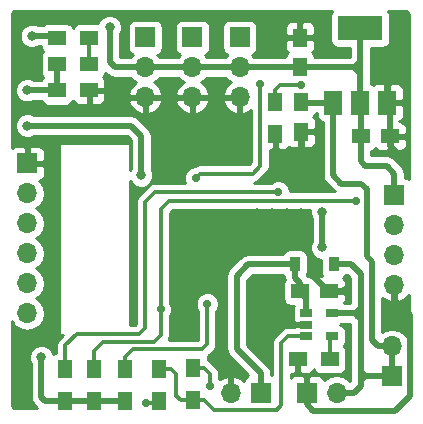
<source format=gbr>
G04 #@! TF.FileFunction,Copper,L2,Bot,Signal*
%FSLAX46Y46*%
G04 Gerber Fmt 4.6, Leading zero omitted, Abs format (unit mm)*
G04 Created by KiCad (PCBNEW 4.0.7) date Tuesday, 24 April 2018 'PMt' 13:45:20*
%MOMM*%
%LPD*%
G01*
G04 APERTURE LIST*
%ADD10C,0.100000*%
%ADD11R,1.500000X1.300000*%
%ADD12R,1.250000X1.500000*%
%ADD13R,1.500000X1.250000*%
%ADD14R,0.910000X1.220000*%
%ADD15R,1.700000X1.700000*%
%ADD16O,1.700000X1.700000*%
%ADD17R,1.300000X1.500000*%
%ADD18R,1.060000X0.650000*%
%ADD19R,3.800000X2.000000*%
%ADD20R,1.500000X2.000000*%
%ADD21C,0.800000*%
%ADD22C,0.700000*%
%ADD23C,0.500000*%
%ADD24C,0.300000*%
%ADD25C,0.254000*%
G04 APERTURE END LIST*
D10*
D11*
X119550000Y-58000000D03*
X122250000Y-58000000D03*
D12*
X140200000Y-63400000D03*
X140200000Y-65900000D03*
X140100000Y-60450000D03*
X140100000Y-57950000D03*
D13*
X145250000Y-66300000D03*
X147750000Y-66300000D03*
X140075000Y-79400000D03*
X142575000Y-79400000D03*
D14*
X142945000Y-77130000D03*
X139675000Y-77130000D03*
D15*
X127000000Y-57920000D03*
D16*
X127000000Y-60460000D03*
X127000000Y-63000000D03*
D15*
X135000000Y-57920000D03*
D16*
X135000000Y-60460000D03*
X135000000Y-63000000D03*
D15*
X131000000Y-57920000D03*
D16*
X131000000Y-60460000D03*
X131000000Y-63000000D03*
D15*
X147900000Y-86600000D03*
D16*
X147900000Y-84060000D03*
D17*
X128200000Y-85975000D03*
X128200000Y-88675000D03*
X131025000Y-88625000D03*
X131025000Y-85925000D03*
X125300000Y-88700000D03*
X125300000Y-86000000D03*
X138000000Y-63400000D03*
X138000000Y-66100000D03*
D11*
X119550000Y-62400000D03*
X122250000Y-62400000D03*
D17*
X122700000Y-88700000D03*
X122700000Y-86000000D03*
D11*
X122250000Y-60200000D03*
X119550000Y-60200000D03*
X142625000Y-85150000D03*
X139925000Y-85150000D03*
D17*
X120250000Y-88700000D03*
X120250000Y-86000000D03*
D18*
X140650000Y-83200000D03*
X140650000Y-82250000D03*
X140650000Y-81300000D03*
X142850000Y-81300000D03*
X142850000Y-83200000D03*
D15*
X148100000Y-71300000D03*
D16*
X148100000Y-73840000D03*
X148100000Y-76380000D03*
X148100000Y-78920000D03*
D15*
X140660000Y-88000000D03*
D16*
X143200000Y-88000000D03*
D19*
X145200000Y-57150000D03*
D20*
X145200000Y-63450000D03*
X142900000Y-63450000D03*
X147500000Y-63450000D03*
D15*
X136800000Y-88000000D03*
D16*
X134260000Y-88000000D03*
D15*
X117000000Y-68580000D03*
D16*
X117000000Y-71120000D03*
X117000000Y-73660000D03*
X117000000Y-76200000D03*
X117000000Y-78740000D03*
X117000000Y-81280000D03*
D21*
X136500000Y-72750000D03*
X137750000Y-72750000D03*
X139000000Y-72750000D03*
X140150000Y-72750000D03*
X143950000Y-79400000D03*
X136600000Y-80350000D03*
X133350000Y-79250000D03*
X133350000Y-78000000D03*
X141750000Y-70250000D03*
X141000000Y-56200000D03*
X133350000Y-76800000D03*
X136600000Y-79150000D03*
X148550000Y-67950000D03*
X149050000Y-63450000D03*
X147550000Y-61400000D03*
X140200000Y-70250000D03*
X118200000Y-85000000D03*
X124000000Y-57050000D03*
X142000000Y-75700000D03*
X142000000Y-72700000D03*
D22*
X127025000Y-88850000D03*
X132500000Y-87450000D03*
D21*
X117400000Y-57800000D03*
D22*
X131300000Y-69800000D03*
X136750000Y-61850000D03*
X140200000Y-61950000D03*
X132250000Y-80500000D03*
D21*
X126650000Y-69600000D03*
X117000000Y-65400000D03*
X117000000Y-62400000D03*
D22*
X144850000Y-71750000D03*
X128300000Y-80950000D03*
X138250000Y-71000000D03*
D23*
X139000000Y-72750000D02*
X137750000Y-72750000D01*
X140750000Y-73450000D02*
X140150000Y-72850000D01*
X140150000Y-72850000D02*
X140150000Y-72750000D01*
X147900000Y-84060000D02*
X147900000Y-86600000D01*
X145250000Y-82200000D02*
X145250000Y-81600000D01*
X145250000Y-86200000D02*
X145250000Y-82200000D01*
X145250000Y-82200000D02*
X145250000Y-81800000D01*
X145250000Y-81800000D02*
X144750000Y-81300000D01*
X145250000Y-81600000D02*
X145250000Y-80800000D01*
X145250000Y-81600000D02*
X145050000Y-81600000D01*
X145050000Y-81600000D02*
X144750000Y-81300000D01*
X145250000Y-80800000D02*
X145250000Y-79800000D01*
X144000000Y-81300000D02*
X144750000Y-81300000D01*
X144750000Y-81300000D02*
X145250000Y-80800000D01*
X145250000Y-87400000D02*
X145250000Y-87000000D01*
X145800000Y-86600000D02*
X145650000Y-86600000D01*
X145250000Y-87000000D02*
X145250000Y-86800000D01*
X145650000Y-86600000D02*
X145250000Y-87000000D01*
X145800000Y-86600000D02*
X145450000Y-86600000D01*
X147900000Y-86600000D02*
X145800000Y-86600000D01*
X145650000Y-86600000D02*
X145250000Y-86200000D01*
X145250000Y-86800000D02*
X145250000Y-86200000D01*
X145450000Y-86600000D02*
X145250000Y-86800000D01*
X143200000Y-88000000D02*
X144650000Y-88000000D01*
X144650000Y-88000000D02*
X145250000Y-87400000D01*
X145250000Y-79800000D02*
X145250000Y-77950000D01*
X145250000Y-80450000D02*
X145250000Y-79800000D01*
X145250000Y-77950000D02*
X144430000Y-77130000D01*
X144430000Y-77130000D02*
X142945000Y-77130000D01*
X144000000Y-81300000D02*
X144350000Y-81300000D01*
X144000000Y-81300000D02*
X144050000Y-81300000D01*
X142850000Y-81300000D02*
X144000000Y-81300000D01*
X147900000Y-86600000D02*
X146550000Y-86600000D01*
X143900000Y-77130000D02*
X142945000Y-77130000D01*
X147900000Y-84060000D02*
X146697919Y-84060000D01*
X146200000Y-83562081D02*
X146200000Y-76900000D01*
X146200000Y-76900000D02*
X145750000Y-76450000D01*
X146697919Y-84060000D02*
X146200000Y-83562081D01*
X145750000Y-76450000D02*
X145750000Y-70800000D01*
X145750000Y-70800000D02*
X145250000Y-70300000D01*
X145250000Y-70300000D02*
X143600000Y-70300000D01*
X142900000Y-69600000D02*
X142900000Y-66900000D01*
X143600000Y-70300000D02*
X142900000Y-69600000D01*
X142900000Y-66900000D02*
X142900000Y-63450000D01*
X142900000Y-63450000D02*
X140250000Y-63450000D01*
X140250000Y-63450000D02*
X140200000Y-63400000D01*
D24*
X142950000Y-63500000D02*
X142900000Y-63450000D01*
D23*
X148100000Y-78920000D02*
X148100000Y-80122081D01*
X148100000Y-80122081D02*
X149400000Y-81422081D01*
X149400000Y-81422081D02*
X149400000Y-88300000D01*
X149400000Y-88300000D02*
X148150000Y-89550000D01*
X148150000Y-89550000D02*
X141210000Y-89550000D01*
X141210000Y-89550000D02*
X140660000Y-89000000D01*
X140660000Y-89000000D02*
X140660000Y-88000000D01*
X141200000Y-78150000D02*
X141200000Y-77000000D01*
X142450000Y-79400000D02*
X141200000Y-78150000D01*
X142575000Y-79400000D02*
X143950000Y-79400000D01*
X136600000Y-81600000D02*
X136600000Y-80350000D01*
X136600000Y-79150000D02*
X136600000Y-80350000D01*
X133350000Y-76800000D02*
X133350000Y-78000000D01*
X140200000Y-70250000D02*
X141750000Y-70250000D01*
X139550000Y-56200000D02*
X139450000Y-56300000D01*
X141000000Y-56200000D02*
X139550000Y-56200000D01*
X137250000Y-82250000D02*
X136600000Y-81600000D01*
X140650000Y-82250000D02*
X137250000Y-82250000D01*
X147750000Y-66300000D02*
X147750000Y-67150000D01*
X147750000Y-67150000D02*
X148550000Y-67950000D01*
X147500000Y-63450000D02*
X149050000Y-63450000D01*
X147500000Y-63450000D02*
X147500000Y-61450000D01*
X147500000Y-61450000D02*
X147550000Y-61400000D01*
X147750000Y-66300000D02*
X147750000Y-63700000D01*
X147750000Y-63700000D02*
X147500000Y-63450000D01*
X140200000Y-65900000D02*
X140200000Y-70250000D01*
X142575000Y-79400000D02*
X142450000Y-79400000D01*
X118200000Y-88400000D02*
X118200000Y-85000000D01*
X118500000Y-88700000D02*
X118200000Y-88400000D01*
X120250000Y-88700000D02*
X118500000Y-88700000D01*
X124435000Y-60460000D02*
X124000000Y-60025000D01*
X124000000Y-60025000D02*
X124000000Y-57050000D01*
X127000000Y-60460000D02*
X124435000Y-60460000D01*
X142000000Y-72700000D02*
X142000000Y-75700000D01*
X147450000Y-68800000D02*
X148100000Y-69450000D01*
X148100000Y-69450000D02*
X148100000Y-71300000D01*
X145650000Y-68800000D02*
X147450000Y-68800000D01*
X145250000Y-68400000D02*
X145650000Y-68800000D01*
X145250000Y-66300000D02*
X145250000Y-68400000D01*
X122700000Y-88700000D02*
X124100000Y-88700000D01*
X124100000Y-88700000D02*
X125300000Y-88700000D01*
X120250000Y-88700000D02*
X122700000Y-88700000D01*
X145250000Y-66300000D02*
X145250000Y-63500000D01*
X145250000Y-63500000D02*
X145200000Y-63450000D01*
X127000000Y-60460000D02*
X142800000Y-60460000D01*
X142800000Y-60460000D02*
X144700000Y-60460000D01*
X140100000Y-60450000D02*
X142790000Y-60450000D01*
X142790000Y-60450000D02*
X142800000Y-60460000D01*
X145200000Y-57150000D02*
X145200000Y-60000000D01*
X145200000Y-60000000D02*
X145200000Y-60500000D01*
X144700000Y-60460000D02*
X144740000Y-60460000D01*
X144740000Y-60460000D02*
X145200000Y-60000000D01*
X145200000Y-61500000D02*
X145200000Y-63450000D01*
X145200000Y-60500000D02*
X145200000Y-61500000D01*
X144700000Y-60460000D02*
X145160000Y-60460000D01*
X145200000Y-61500000D02*
X145200000Y-60960000D01*
X145200000Y-60960000D02*
X144700000Y-60460000D01*
X145160000Y-60460000D02*
X145200000Y-60500000D01*
X131000000Y-60460000D02*
X127000000Y-60460000D01*
X135000000Y-60460000D02*
X131000000Y-60460000D01*
X134750000Y-78100000D02*
X135720000Y-77130000D01*
X135720000Y-77130000D02*
X139675000Y-77130000D01*
X134750000Y-84300000D02*
X134750000Y-78100000D01*
X136800000Y-86350000D02*
X134750000Y-84300000D01*
X136800000Y-88000000D02*
X136800000Y-86350000D01*
X140075000Y-78695000D02*
X139675000Y-78295000D01*
X139675000Y-78295000D02*
X139675000Y-77130000D01*
X140075000Y-79400000D02*
X140075000Y-78695000D01*
X140650000Y-81300000D02*
X140650000Y-79975000D01*
X140650000Y-79975000D02*
X140075000Y-79400000D01*
D24*
X127025000Y-88850000D02*
X128025000Y-88850000D01*
X128025000Y-88850000D02*
X128200000Y-88675000D01*
X132500000Y-87450000D02*
X132500000Y-86450000D01*
X132500000Y-86450000D02*
X131975000Y-85925000D01*
X131975000Y-85925000D02*
X131025000Y-85925000D01*
X131250000Y-86150000D02*
X131025000Y-85925000D01*
D23*
X117400000Y-57800000D02*
X119350000Y-57800000D01*
X119350000Y-57800000D02*
X119550000Y-58000000D01*
D24*
X131300000Y-69800000D02*
X131649999Y-69450001D01*
X131649999Y-69450001D02*
X136099999Y-69450001D01*
X136099999Y-69450001D02*
X136750000Y-68800000D01*
X136750000Y-68800000D02*
X136750000Y-61850000D01*
X140200000Y-61950000D02*
X138450000Y-61950000D01*
X138000000Y-63400000D02*
X138000000Y-62350000D01*
X138000000Y-62350000D02*
X138400000Y-61950000D01*
X138400000Y-61950000D02*
X138450000Y-61950000D01*
X138525000Y-89050000D02*
X138525000Y-83775000D01*
X138525000Y-83775000D02*
X139100000Y-83200000D01*
X139100000Y-83200000D02*
X140650000Y-83200000D01*
X138125000Y-89450000D02*
X138525000Y-89050000D01*
X132800000Y-89450000D02*
X138125000Y-89450000D01*
X131025000Y-88625000D02*
X131975000Y-88625000D01*
X131975000Y-88625000D02*
X132800000Y-89450000D01*
X131025000Y-88625000D02*
X130000000Y-88625000D01*
X130000000Y-88625000D02*
X129625000Y-88250000D01*
X129625000Y-88250000D02*
X129625000Y-86450000D01*
X129625000Y-86450000D02*
X129150000Y-85975000D01*
X129150000Y-85975000D02*
X128200000Y-85975000D01*
X131850000Y-84300000D02*
X132250000Y-83900000D01*
X132250000Y-83900000D02*
X132250000Y-80500000D01*
X125950000Y-84300000D02*
X131850000Y-84300000D01*
X125300000Y-86000000D02*
X125300000Y-84950000D01*
X125300000Y-84950000D02*
X125950000Y-84300000D01*
D23*
X126650000Y-67950000D02*
X126650000Y-67000000D01*
X126650000Y-69600000D02*
X126650000Y-67000000D01*
X126650000Y-67950000D02*
X126650000Y-66250000D01*
X126650000Y-67000000D02*
X126650000Y-66600000D01*
X125800000Y-65400000D02*
X117000000Y-65400000D01*
X126650000Y-66250000D02*
X125800000Y-65400000D01*
X117000000Y-65400000D02*
X119600000Y-65400000D01*
X119550000Y-62400000D02*
X117000000Y-62400000D01*
X119550000Y-62400000D02*
X119550000Y-60200000D01*
D24*
X128300000Y-81850000D02*
X128300000Y-80950000D01*
X127750000Y-83700000D02*
X128300000Y-83150000D01*
X128300000Y-83150000D02*
X128300000Y-81850000D01*
X123450000Y-83700000D02*
X127750000Y-83700000D01*
X122700000Y-84450000D02*
X123450000Y-83700000D01*
X122700000Y-86000000D02*
X122700000Y-84450000D01*
X138650000Y-71750000D02*
X139500000Y-71750000D01*
X139500000Y-71750000D02*
X144850000Y-71750000D01*
X128300000Y-72450000D02*
X129000000Y-71750000D01*
X129000000Y-71750000D02*
X139500000Y-71750000D01*
X128300000Y-78300000D02*
X128300000Y-72450000D01*
X128300000Y-80950000D02*
X128300000Y-78300000D01*
X128300000Y-80950000D02*
X128300000Y-79750000D01*
X122250000Y-58000000D02*
X122250000Y-60200000D01*
X142625000Y-85150000D02*
X142625000Y-83425000D01*
X142625000Y-83425000D02*
X142850000Y-83200000D01*
X120250000Y-86000000D02*
X120250000Y-84000000D01*
X126450000Y-83050000D02*
X127000000Y-82500000D01*
X127000000Y-82500000D02*
X127000000Y-71850000D01*
X120250000Y-84000000D02*
X121200000Y-83050000D01*
X121200000Y-83050000D02*
X126450000Y-83050000D01*
X127000000Y-71850000D02*
X127850000Y-71000000D01*
X127850000Y-71000000D02*
X138250000Y-71000000D01*
D25*
G36*
X142848559Y-55685910D02*
X142703569Y-55898110D01*
X142652560Y-56150000D01*
X142652560Y-58150000D01*
X142696838Y-58385317D01*
X142835910Y-58601441D01*
X143048110Y-58746431D01*
X143300000Y-58797440D01*
X144315000Y-58797440D01*
X144315000Y-59575000D01*
X142840277Y-59575000D01*
X142790000Y-59564999D01*
X142789995Y-59565000D01*
X141347038Y-59565000D01*
X141328162Y-59464683D01*
X141189090Y-59248559D01*
X141120994Y-59202031D01*
X141263327Y-59059698D01*
X141360000Y-58826309D01*
X141360000Y-58235750D01*
X141201250Y-58077000D01*
X140227000Y-58077000D01*
X140227000Y-58097000D01*
X139973000Y-58097000D01*
X139973000Y-58077000D01*
X138998750Y-58077000D01*
X138840000Y-58235750D01*
X138840000Y-58826309D01*
X138936673Y-59059698D01*
X139077910Y-59200936D01*
X139023559Y-59235910D01*
X138878569Y-59448110D01*
X138852873Y-59575000D01*
X136189432Y-59575000D01*
X136079147Y-59409946D01*
X136037548Y-59382150D01*
X136085317Y-59373162D01*
X136301441Y-59234090D01*
X136446431Y-59021890D01*
X136497440Y-58770000D01*
X136497440Y-57073691D01*
X138840000Y-57073691D01*
X138840000Y-57664250D01*
X138998750Y-57823000D01*
X139973000Y-57823000D01*
X139973000Y-56723750D01*
X140227000Y-56723750D01*
X140227000Y-57823000D01*
X141201250Y-57823000D01*
X141360000Y-57664250D01*
X141360000Y-57073691D01*
X141263327Y-56840302D01*
X141084699Y-56661673D01*
X140851310Y-56565000D01*
X140385750Y-56565000D01*
X140227000Y-56723750D01*
X139973000Y-56723750D01*
X139814250Y-56565000D01*
X139348690Y-56565000D01*
X139115301Y-56661673D01*
X138936673Y-56840302D01*
X138840000Y-57073691D01*
X136497440Y-57073691D01*
X136497440Y-57070000D01*
X136453162Y-56834683D01*
X136314090Y-56618559D01*
X136101890Y-56473569D01*
X135850000Y-56422560D01*
X134150000Y-56422560D01*
X133914683Y-56466838D01*
X133698559Y-56605910D01*
X133553569Y-56818110D01*
X133502560Y-57070000D01*
X133502560Y-58770000D01*
X133546838Y-59005317D01*
X133685910Y-59221441D01*
X133898110Y-59366431D01*
X133965541Y-59380086D01*
X133920853Y-59409946D01*
X133810568Y-59575000D01*
X132189432Y-59575000D01*
X132079147Y-59409946D01*
X132037548Y-59382150D01*
X132085317Y-59373162D01*
X132301441Y-59234090D01*
X132446431Y-59021890D01*
X132497440Y-58770000D01*
X132497440Y-57070000D01*
X132453162Y-56834683D01*
X132314090Y-56618559D01*
X132101890Y-56473569D01*
X131850000Y-56422560D01*
X130150000Y-56422560D01*
X129914683Y-56466838D01*
X129698559Y-56605910D01*
X129553569Y-56818110D01*
X129502560Y-57070000D01*
X129502560Y-58770000D01*
X129546838Y-59005317D01*
X129685910Y-59221441D01*
X129898110Y-59366431D01*
X129965541Y-59380086D01*
X129920853Y-59409946D01*
X129810568Y-59575000D01*
X128189432Y-59575000D01*
X128079147Y-59409946D01*
X128037548Y-59382150D01*
X128085317Y-59373162D01*
X128301441Y-59234090D01*
X128446431Y-59021890D01*
X128497440Y-58770000D01*
X128497440Y-57070000D01*
X128453162Y-56834683D01*
X128314090Y-56618559D01*
X128101890Y-56473569D01*
X127850000Y-56422560D01*
X126150000Y-56422560D01*
X125914683Y-56466838D01*
X125698559Y-56605910D01*
X125553569Y-56818110D01*
X125502560Y-57070000D01*
X125502560Y-58770000D01*
X125546838Y-59005317D01*
X125685910Y-59221441D01*
X125898110Y-59366431D01*
X125965541Y-59380086D01*
X125920853Y-59409946D01*
X125810568Y-59575000D01*
X124885000Y-59575000D01*
X124885000Y-57617585D01*
X125034820Y-57256777D01*
X125035179Y-56845029D01*
X124877942Y-56464485D01*
X124587046Y-56173081D01*
X124206777Y-56015180D01*
X123795029Y-56014821D01*
X123414485Y-56172058D01*
X123123081Y-56462954D01*
X123021759Y-56706966D01*
X123000000Y-56702560D01*
X121500000Y-56702560D01*
X121264683Y-56746838D01*
X121048559Y-56885910D01*
X120903569Y-57098110D01*
X120900919Y-57111197D01*
X120764090Y-56898559D01*
X120551890Y-56753569D01*
X120300000Y-56702560D01*
X118800000Y-56702560D01*
X118564683Y-56746838D01*
X118348559Y-56885910D01*
X118328683Y-56915000D01*
X117967585Y-56915000D01*
X117606777Y-56765180D01*
X117195029Y-56764821D01*
X116814485Y-56922058D01*
X116523081Y-57212954D01*
X116365180Y-57593223D01*
X116364821Y-58004971D01*
X116522058Y-58385515D01*
X116812954Y-58676919D01*
X117193223Y-58834820D01*
X117604971Y-58835179D01*
X117968433Y-58685000D01*
X118159146Y-58685000D01*
X118196838Y-58885317D01*
X118335910Y-59101441D01*
X118337299Y-59102390D01*
X118203569Y-59298110D01*
X118152560Y-59550000D01*
X118152560Y-60850000D01*
X118196838Y-61085317D01*
X118335910Y-61301441D01*
X118337299Y-61302390D01*
X118203569Y-61498110D01*
X118200149Y-61515000D01*
X117567585Y-61515000D01*
X117206777Y-61365180D01*
X116795029Y-61364821D01*
X116414485Y-61522058D01*
X116123081Y-61812954D01*
X115965180Y-62193223D01*
X115964821Y-62604971D01*
X116122058Y-62985515D01*
X116412954Y-63276919D01*
X116793223Y-63434820D01*
X117204971Y-63435179D01*
X117568433Y-63285000D01*
X118196778Y-63285000D01*
X118196838Y-63285317D01*
X118335910Y-63501441D01*
X118548110Y-63646431D01*
X118800000Y-63697440D01*
X120300000Y-63697440D01*
X120535317Y-63653162D01*
X120751441Y-63514090D01*
X120896431Y-63301890D01*
X120903191Y-63268510D01*
X120961673Y-63409699D01*
X121140302Y-63588327D01*
X121373691Y-63685000D01*
X121964250Y-63685000D01*
X122123000Y-63526250D01*
X122123000Y-62527000D01*
X122377000Y-62527000D01*
X122377000Y-63526250D01*
X122535750Y-63685000D01*
X123126309Y-63685000D01*
X123359698Y-63588327D01*
X123538327Y-63409699D01*
X123560201Y-63356890D01*
X125558524Y-63356890D01*
X125728355Y-63766924D01*
X126118642Y-64195183D01*
X126643108Y-64441486D01*
X126873000Y-64320819D01*
X126873000Y-63127000D01*
X127127000Y-63127000D01*
X127127000Y-64320819D01*
X127356892Y-64441486D01*
X127881358Y-64195183D01*
X128271645Y-63766924D01*
X128441476Y-63356890D01*
X129558524Y-63356890D01*
X129728355Y-63766924D01*
X130118642Y-64195183D01*
X130643108Y-64441486D01*
X130873000Y-64320819D01*
X130873000Y-63127000D01*
X131127000Y-63127000D01*
X131127000Y-64320819D01*
X131356892Y-64441486D01*
X131881358Y-64195183D01*
X132271645Y-63766924D01*
X132441476Y-63356890D01*
X133558524Y-63356890D01*
X133728355Y-63766924D01*
X134118642Y-64195183D01*
X134643108Y-64441486D01*
X134873000Y-64320819D01*
X134873000Y-63127000D01*
X133679845Y-63127000D01*
X133558524Y-63356890D01*
X132441476Y-63356890D01*
X132320155Y-63127000D01*
X131127000Y-63127000D01*
X130873000Y-63127000D01*
X129679845Y-63127000D01*
X129558524Y-63356890D01*
X128441476Y-63356890D01*
X128320155Y-63127000D01*
X127127000Y-63127000D01*
X126873000Y-63127000D01*
X125679845Y-63127000D01*
X125558524Y-63356890D01*
X123560201Y-63356890D01*
X123635000Y-63176310D01*
X123635000Y-62685750D01*
X123476250Y-62527000D01*
X122377000Y-62527000D01*
X122123000Y-62527000D01*
X122103000Y-62527000D01*
X122103000Y-62273000D01*
X122123000Y-62273000D01*
X122123000Y-62253000D01*
X122377000Y-62253000D01*
X122377000Y-62273000D01*
X123476250Y-62273000D01*
X123635000Y-62114250D01*
X123635000Y-61623690D01*
X123538327Y-61390301D01*
X123455774Y-61307748D01*
X123596431Y-61101890D01*
X123634975Y-60911554D01*
X123809208Y-61085787D01*
X123809210Y-61085790D01*
X124096325Y-61277633D01*
X124137936Y-61285910D01*
X124435000Y-61345001D01*
X124435005Y-61345000D01*
X125810568Y-61345000D01*
X125920853Y-61510054D01*
X126261553Y-61737702D01*
X126118642Y-61804817D01*
X125728355Y-62233076D01*
X125558524Y-62643110D01*
X125679845Y-62873000D01*
X126873000Y-62873000D01*
X126873000Y-62853000D01*
X127127000Y-62853000D01*
X127127000Y-62873000D01*
X128320155Y-62873000D01*
X128441476Y-62643110D01*
X128271645Y-62233076D01*
X127881358Y-61804817D01*
X127738447Y-61737702D01*
X128079147Y-61510054D01*
X128189432Y-61345000D01*
X129810568Y-61345000D01*
X129920853Y-61510054D01*
X130261553Y-61737702D01*
X130118642Y-61804817D01*
X129728355Y-62233076D01*
X129558524Y-62643110D01*
X129679845Y-62873000D01*
X130873000Y-62873000D01*
X130873000Y-62853000D01*
X131127000Y-62853000D01*
X131127000Y-62873000D01*
X132320155Y-62873000D01*
X132441476Y-62643110D01*
X132271645Y-62233076D01*
X131881358Y-61804817D01*
X131738447Y-61737702D01*
X132079147Y-61510054D01*
X132189432Y-61345000D01*
X133810568Y-61345000D01*
X133920853Y-61510054D01*
X134261553Y-61737702D01*
X134118642Y-61804817D01*
X133728355Y-62233076D01*
X133558524Y-62643110D01*
X133679845Y-62873000D01*
X134873000Y-62873000D01*
X134873000Y-62853000D01*
X135127000Y-62853000D01*
X135127000Y-62873000D01*
X135147000Y-62873000D01*
X135147000Y-63127000D01*
X135127000Y-63127000D01*
X135127000Y-64320819D01*
X135356892Y-64441486D01*
X135881358Y-64195183D01*
X135965000Y-64103403D01*
X135965000Y-68474842D01*
X135774841Y-68665001D01*
X131649999Y-68665001D01*
X131349592Y-68724756D01*
X131214643Y-68814926D01*
X131104931Y-68814830D01*
X130742771Y-68964471D01*
X130465445Y-69241314D01*
X130315172Y-69603212D01*
X130314830Y-69995069D01*
X130405703Y-70215000D01*
X127850005Y-70215000D01*
X127850000Y-70214999D01*
X127585398Y-70267633D01*
X127549594Y-70274755D01*
X127294921Y-70444921D01*
X127294919Y-70444924D01*
X126444921Y-71294921D01*
X126274755Y-71549593D01*
X126234891Y-71750000D01*
X126215000Y-71850000D01*
X126215000Y-82174843D01*
X126124842Y-82265000D01*
X125727000Y-82265000D01*
X125727000Y-70076466D01*
X125772058Y-70185515D01*
X126062954Y-70476919D01*
X126443223Y-70634820D01*
X126854971Y-70635179D01*
X127235515Y-70477942D01*
X127526919Y-70187046D01*
X127684820Y-69806777D01*
X127685179Y-69395029D01*
X127535000Y-69031567D01*
X127535000Y-66250005D01*
X127535001Y-66250000D01*
X127467634Y-65911326D01*
X127402770Y-65814250D01*
X127275790Y-65624210D01*
X127275787Y-65624208D01*
X126425790Y-64774210D01*
X126394289Y-64753162D01*
X126138675Y-64582367D01*
X126082484Y-64571190D01*
X125800000Y-64514999D01*
X125799995Y-64515000D01*
X117567585Y-64515000D01*
X117206777Y-64365180D01*
X116795029Y-64364821D01*
X116414485Y-64522058D01*
X116123081Y-64812954D01*
X115965180Y-65193223D01*
X115964821Y-65604971D01*
X116122058Y-65985515D01*
X116412954Y-66276919D01*
X116793223Y-66434820D01*
X117204971Y-66435179D01*
X117568433Y-66285000D01*
X125433420Y-66285000D01*
X125765000Y-66616579D01*
X125765000Y-69032415D01*
X125727000Y-69123930D01*
X125727000Y-67000000D01*
X125718315Y-66953841D01*
X125691035Y-66911447D01*
X125649410Y-66883006D01*
X125600000Y-66873000D01*
X119800000Y-66873000D01*
X119753841Y-66881685D01*
X119711447Y-66908965D01*
X119683006Y-66950590D01*
X119673000Y-67000000D01*
X119673000Y-83000000D01*
X119681685Y-83046159D01*
X119708965Y-83088553D01*
X119750590Y-83116994D01*
X119800000Y-83127000D01*
X120012842Y-83127000D01*
X119694921Y-83444921D01*
X119524755Y-83699593D01*
X119485902Y-83894921D01*
X119465000Y-84000000D01*
X119465000Y-84627962D01*
X119364683Y-84646838D01*
X119214009Y-84743794D01*
X119077942Y-84414485D01*
X118787046Y-84123081D01*
X118406777Y-83965180D01*
X117995029Y-83964821D01*
X117614485Y-84122058D01*
X117323081Y-84412954D01*
X117165180Y-84793223D01*
X117164821Y-85204971D01*
X117315000Y-85568433D01*
X117315000Y-88399995D01*
X117314999Y-88400000D01*
X117365367Y-88653212D01*
X117382367Y-88738675D01*
X117486767Y-88894921D01*
X117574210Y-89025790D01*
X117863421Y-89315000D01*
X116067466Y-89315000D01*
X115884590Y-89278624D01*
X115786751Y-89213250D01*
X115721376Y-89115409D01*
X115685000Y-88932534D01*
X115685000Y-81977074D01*
X115920853Y-82330054D01*
X116402622Y-82651961D01*
X116970907Y-82765000D01*
X117029093Y-82765000D01*
X117597378Y-82651961D01*
X118079147Y-82330054D01*
X118401054Y-81848285D01*
X118514093Y-81280000D01*
X118401054Y-80711715D01*
X118079147Y-80229946D01*
X117749974Y-80010000D01*
X118079147Y-79790054D01*
X118401054Y-79308285D01*
X118514093Y-78740000D01*
X118401054Y-78171715D01*
X118079147Y-77689946D01*
X117749974Y-77470000D01*
X118079147Y-77250054D01*
X118401054Y-76768285D01*
X118514093Y-76200000D01*
X118401054Y-75631715D01*
X118079147Y-75149946D01*
X117749974Y-74930000D01*
X118079147Y-74710054D01*
X118401054Y-74228285D01*
X118514093Y-73660000D01*
X118401054Y-73091715D01*
X118079147Y-72609946D01*
X117749974Y-72390000D01*
X118079147Y-72170054D01*
X118401054Y-71688285D01*
X118514093Y-71120000D01*
X118401054Y-70551715D01*
X118079147Y-70069946D01*
X118035223Y-70040597D01*
X118209698Y-69968327D01*
X118388327Y-69789699D01*
X118485000Y-69556310D01*
X118485000Y-68865750D01*
X118326250Y-68707000D01*
X117127000Y-68707000D01*
X117127000Y-68727000D01*
X116873000Y-68727000D01*
X116873000Y-68707000D01*
X116853000Y-68707000D01*
X116853000Y-68453000D01*
X116873000Y-68453000D01*
X116873000Y-67253750D01*
X117127000Y-67253750D01*
X117127000Y-68453000D01*
X118326250Y-68453000D01*
X118485000Y-68294250D01*
X118485000Y-67603690D01*
X118388327Y-67370301D01*
X118209698Y-67191673D01*
X117976309Y-67095000D01*
X117285750Y-67095000D01*
X117127000Y-67253750D01*
X116873000Y-67253750D01*
X116714250Y-67095000D01*
X116023691Y-67095000D01*
X115790302Y-67191673D01*
X115685000Y-67296974D01*
X115685000Y-56067466D01*
X115721376Y-55884591D01*
X115786751Y-55786750D01*
X115884590Y-55721376D01*
X116067466Y-55685000D01*
X142849973Y-55685000D01*
X142848559Y-55685910D01*
X142848559Y-55685910D01*
G37*
X142848559Y-55685910D02*
X142703569Y-55898110D01*
X142652560Y-56150000D01*
X142652560Y-58150000D01*
X142696838Y-58385317D01*
X142835910Y-58601441D01*
X143048110Y-58746431D01*
X143300000Y-58797440D01*
X144315000Y-58797440D01*
X144315000Y-59575000D01*
X142840277Y-59575000D01*
X142790000Y-59564999D01*
X142789995Y-59565000D01*
X141347038Y-59565000D01*
X141328162Y-59464683D01*
X141189090Y-59248559D01*
X141120994Y-59202031D01*
X141263327Y-59059698D01*
X141360000Y-58826309D01*
X141360000Y-58235750D01*
X141201250Y-58077000D01*
X140227000Y-58077000D01*
X140227000Y-58097000D01*
X139973000Y-58097000D01*
X139973000Y-58077000D01*
X138998750Y-58077000D01*
X138840000Y-58235750D01*
X138840000Y-58826309D01*
X138936673Y-59059698D01*
X139077910Y-59200936D01*
X139023559Y-59235910D01*
X138878569Y-59448110D01*
X138852873Y-59575000D01*
X136189432Y-59575000D01*
X136079147Y-59409946D01*
X136037548Y-59382150D01*
X136085317Y-59373162D01*
X136301441Y-59234090D01*
X136446431Y-59021890D01*
X136497440Y-58770000D01*
X136497440Y-57073691D01*
X138840000Y-57073691D01*
X138840000Y-57664250D01*
X138998750Y-57823000D01*
X139973000Y-57823000D01*
X139973000Y-56723750D01*
X140227000Y-56723750D01*
X140227000Y-57823000D01*
X141201250Y-57823000D01*
X141360000Y-57664250D01*
X141360000Y-57073691D01*
X141263327Y-56840302D01*
X141084699Y-56661673D01*
X140851310Y-56565000D01*
X140385750Y-56565000D01*
X140227000Y-56723750D01*
X139973000Y-56723750D01*
X139814250Y-56565000D01*
X139348690Y-56565000D01*
X139115301Y-56661673D01*
X138936673Y-56840302D01*
X138840000Y-57073691D01*
X136497440Y-57073691D01*
X136497440Y-57070000D01*
X136453162Y-56834683D01*
X136314090Y-56618559D01*
X136101890Y-56473569D01*
X135850000Y-56422560D01*
X134150000Y-56422560D01*
X133914683Y-56466838D01*
X133698559Y-56605910D01*
X133553569Y-56818110D01*
X133502560Y-57070000D01*
X133502560Y-58770000D01*
X133546838Y-59005317D01*
X133685910Y-59221441D01*
X133898110Y-59366431D01*
X133965541Y-59380086D01*
X133920853Y-59409946D01*
X133810568Y-59575000D01*
X132189432Y-59575000D01*
X132079147Y-59409946D01*
X132037548Y-59382150D01*
X132085317Y-59373162D01*
X132301441Y-59234090D01*
X132446431Y-59021890D01*
X132497440Y-58770000D01*
X132497440Y-57070000D01*
X132453162Y-56834683D01*
X132314090Y-56618559D01*
X132101890Y-56473569D01*
X131850000Y-56422560D01*
X130150000Y-56422560D01*
X129914683Y-56466838D01*
X129698559Y-56605910D01*
X129553569Y-56818110D01*
X129502560Y-57070000D01*
X129502560Y-58770000D01*
X129546838Y-59005317D01*
X129685910Y-59221441D01*
X129898110Y-59366431D01*
X129965541Y-59380086D01*
X129920853Y-59409946D01*
X129810568Y-59575000D01*
X128189432Y-59575000D01*
X128079147Y-59409946D01*
X128037548Y-59382150D01*
X128085317Y-59373162D01*
X128301441Y-59234090D01*
X128446431Y-59021890D01*
X128497440Y-58770000D01*
X128497440Y-57070000D01*
X128453162Y-56834683D01*
X128314090Y-56618559D01*
X128101890Y-56473569D01*
X127850000Y-56422560D01*
X126150000Y-56422560D01*
X125914683Y-56466838D01*
X125698559Y-56605910D01*
X125553569Y-56818110D01*
X125502560Y-57070000D01*
X125502560Y-58770000D01*
X125546838Y-59005317D01*
X125685910Y-59221441D01*
X125898110Y-59366431D01*
X125965541Y-59380086D01*
X125920853Y-59409946D01*
X125810568Y-59575000D01*
X124885000Y-59575000D01*
X124885000Y-57617585D01*
X125034820Y-57256777D01*
X125035179Y-56845029D01*
X124877942Y-56464485D01*
X124587046Y-56173081D01*
X124206777Y-56015180D01*
X123795029Y-56014821D01*
X123414485Y-56172058D01*
X123123081Y-56462954D01*
X123021759Y-56706966D01*
X123000000Y-56702560D01*
X121500000Y-56702560D01*
X121264683Y-56746838D01*
X121048559Y-56885910D01*
X120903569Y-57098110D01*
X120900919Y-57111197D01*
X120764090Y-56898559D01*
X120551890Y-56753569D01*
X120300000Y-56702560D01*
X118800000Y-56702560D01*
X118564683Y-56746838D01*
X118348559Y-56885910D01*
X118328683Y-56915000D01*
X117967585Y-56915000D01*
X117606777Y-56765180D01*
X117195029Y-56764821D01*
X116814485Y-56922058D01*
X116523081Y-57212954D01*
X116365180Y-57593223D01*
X116364821Y-58004971D01*
X116522058Y-58385515D01*
X116812954Y-58676919D01*
X117193223Y-58834820D01*
X117604971Y-58835179D01*
X117968433Y-58685000D01*
X118159146Y-58685000D01*
X118196838Y-58885317D01*
X118335910Y-59101441D01*
X118337299Y-59102390D01*
X118203569Y-59298110D01*
X118152560Y-59550000D01*
X118152560Y-60850000D01*
X118196838Y-61085317D01*
X118335910Y-61301441D01*
X118337299Y-61302390D01*
X118203569Y-61498110D01*
X118200149Y-61515000D01*
X117567585Y-61515000D01*
X117206777Y-61365180D01*
X116795029Y-61364821D01*
X116414485Y-61522058D01*
X116123081Y-61812954D01*
X115965180Y-62193223D01*
X115964821Y-62604971D01*
X116122058Y-62985515D01*
X116412954Y-63276919D01*
X116793223Y-63434820D01*
X117204971Y-63435179D01*
X117568433Y-63285000D01*
X118196778Y-63285000D01*
X118196838Y-63285317D01*
X118335910Y-63501441D01*
X118548110Y-63646431D01*
X118800000Y-63697440D01*
X120300000Y-63697440D01*
X120535317Y-63653162D01*
X120751441Y-63514090D01*
X120896431Y-63301890D01*
X120903191Y-63268510D01*
X120961673Y-63409699D01*
X121140302Y-63588327D01*
X121373691Y-63685000D01*
X121964250Y-63685000D01*
X122123000Y-63526250D01*
X122123000Y-62527000D01*
X122377000Y-62527000D01*
X122377000Y-63526250D01*
X122535750Y-63685000D01*
X123126309Y-63685000D01*
X123359698Y-63588327D01*
X123538327Y-63409699D01*
X123560201Y-63356890D01*
X125558524Y-63356890D01*
X125728355Y-63766924D01*
X126118642Y-64195183D01*
X126643108Y-64441486D01*
X126873000Y-64320819D01*
X126873000Y-63127000D01*
X127127000Y-63127000D01*
X127127000Y-64320819D01*
X127356892Y-64441486D01*
X127881358Y-64195183D01*
X128271645Y-63766924D01*
X128441476Y-63356890D01*
X129558524Y-63356890D01*
X129728355Y-63766924D01*
X130118642Y-64195183D01*
X130643108Y-64441486D01*
X130873000Y-64320819D01*
X130873000Y-63127000D01*
X131127000Y-63127000D01*
X131127000Y-64320819D01*
X131356892Y-64441486D01*
X131881358Y-64195183D01*
X132271645Y-63766924D01*
X132441476Y-63356890D01*
X133558524Y-63356890D01*
X133728355Y-63766924D01*
X134118642Y-64195183D01*
X134643108Y-64441486D01*
X134873000Y-64320819D01*
X134873000Y-63127000D01*
X133679845Y-63127000D01*
X133558524Y-63356890D01*
X132441476Y-63356890D01*
X132320155Y-63127000D01*
X131127000Y-63127000D01*
X130873000Y-63127000D01*
X129679845Y-63127000D01*
X129558524Y-63356890D01*
X128441476Y-63356890D01*
X128320155Y-63127000D01*
X127127000Y-63127000D01*
X126873000Y-63127000D01*
X125679845Y-63127000D01*
X125558524Y-63356890D01*
X123560201Y-63356890D01*
X123635000Y-63176310D01*
X123635000Y-62685750D01*
X123476250Y-62527000D01*
X122377000Y-62527000D01*
X122123000Y-62527000D01*
X122103000Y-62527000D01*
X122103000Y-62273000D01*
X122123000Y-62273000D01*
X122123000Y-62253000D01*
X122377000Y-62253000D01*
X122377000Y-62273000D01*
X123476250Y-62273000D01*
X123635000Y-62114250D01*
X123635000Y-61623690D01*
X123538327Y-61390301D01*
X123455774Y-61307748D01*
X123596431Y-61101890D01*
X123634975Y-60911554D01*
X123809208Y-61085787D01*
X123809210Y-61085790D01*
X124096325Y-61277633D01*
X124137936Y-61285910D01*
X124435000Y-61345001D01*
X124435005Y-61345000D01*
X125810568Y-61345000D01*
X125920853Y-61510054D01*
X126261553Y-61737702D01*
X126118642Y-61804817D01*
X125728355Y-62233076D01*
X125558524Y-62643110D01*
X125679845Y-62873000D01*
X126873000Y-62873000D01*
X126873000Y-62853000D01*
X127127000Y-62853000D01*
X127127000Y-62873000D01*
X128320155Y-62873000D01*
X128441476Y-62643110D01*
X128271645Y-62233076D01*
X127881358Y-61804817D01*
X127738447Y-61737702D01*
X128079147Y-61510054D01*
X128189432Y-61345000D01*
X129810568Y-61345000D01*
X129920853Y-61510054D01*
X130261553Y-61737702D01*
X130118642Y-61804817D01*
X129728355Y-62233076D01*
X129558524Y-62643110D01*
X129679845Y-62873000D01*
X130873000Y-62873000D01*
X130873000Y-62853000D01*
X131127000Y-62853000D01*
X131127000Y-62873000D01*
X132320155Y-62873000D01*
X132441476Y-62643110D01*
X132271645Y-62233076D01*
X131881358Y-61804817D01*
X131738447Y-61737702D01*
X132079147Y-61510054D01*
X132189432Y-61345000D01*
X133810568Y-61345000D01*
X133920853Y-61510054D01*
X134261553Y-61737702D01*
X134118642Y-61804817D01*
X133728355Y-62233076D01*
X133558524Y-62643110D01*
X133679845Y-62873000D01*
X134873000Y-62873000D01*
X134873000Y-62853000D01*
X135127000Y-62853000D01*
X135127000Y-62873000D01*
X135147000Y-62873000D01*
X135147000Y-63127000D01*
X135127000Y-63127000D01*
X135127000Y-64320819D01*
X135356892Y-64441486D01*
X135881358Y-64195183D01*
X135965000Y-64103403D01*
X135965000Y-68474842D01*
X135774841Y-68665001D01*
X131649999Y-68665001D01*
X131349592Y-68724756D01*
X131214643Y-68814926D01*
X131104931Y-68814830D01*
X130742771Y-68964471D01*
X130465445Y-69241314D01*
X130315172Y-69603212D01*
X130314830Y-69995069D01*
X130405703Y-70215000D01*
X127850005Y-70215000D01*
X127850000Y-70214999D01*
X127585398Y-70267633D01*
X127549594Y-70274755D01*
X127294921Y-70444921D01*
X127294919Y-70444924D01*
X126444921Y-71294921D01*
X126274755Y-71549593D01*
X126234891Y-71750000D01*
X126215000Y-71850000D01*
X126215000Y-82174843D01*
X126124842Y-82265000D01*
X125727000Y-82265000D01*
X125727000Y-70076466D01*
X125772058Y-70185515D01*
X126062954Y-70476919D01*
X126443223Y-70634820D01*
X126854971Y-70635179D01*
X127235515Y-70477942D01*
X127526919Y-70187046D01*
X127684820Y-69806777D01*
X127685179Y-69395029D01*
X127535000Y-69031567D01*
X127535000Y-66250005D01*
X127535001Y-66250000D01*
X127467634Y-65911326D01*
X127402770Y-65814250D01*
X127275790Y-65624210D01*
X127275787Y-65624208D01*
X126425790Y-64774210D01*
X126394289Y-64753162D01*
X126138675Y-64582367D01*
X126082484Y-64571190D01*
X125800000Y-64514999D01*
X125799995Y-64515000D01*
X117567585Y-64515000D01*
X117206777Y-64365180D01*
X116795029Y-64364821D01*
X116414485Y-64522058D01*
X116123081Y-64812954D01*
X115965180Y-65193223D01*
X115964821Y-65604971D01*
X116122058Y-65985515D01*
X116412954Y-66276919D01*
X116793223Y-66434820D01*
X117204971Y-66435179D01*
X117568433Y-66285000D01*
X125433420Y-66285000D01*
X125765000Y-66616579D01*
X125765000Y-69032415D01*
X125727000Y-69123930D01*
X125727000Y-67000000D01*
X125718315Y-66953841D01*
X125691035Y-66911447D01*
X125649410Y-66883006D01*
X125600000Y-66873000D01*
X119800000Y-66873000D01*
X119753841Y-66881685D01*
X119711447Y-66908965D01*
X119683006Y-66950590D01*
X119673000Y-67000000D01*
X119673000Y-83000000D01*
X119681685Y-83046159D01*
X119708965Y-83088553D01*
X119750590Y-83116994D01*
X119800000Y-83127000D01*
X120012842Y-83127000D01*
X119694921Y-83444921D01*
X119524755Y-83699593D01*
X119485902Y-83894921D01*
X119465000Y-84000000D01*
X119465000Y-84627962D01*
X119364683Y-84646838D01*
X119214009Y-84743794D01*
X119077942Y-84414485D01*
X118787046Y-84123081D01*
X118406777Y-83965180D01*
X117995029Y-83964821D01*
X117614485Y-84122058D01*
X117323081Y-84412954D01*
X117165180Y-84793223D01*
X117164821Y-85204971D01*
X117315000Y-85568433D01*
X117315000Y-88399995D01*
X117314999Y-88400000D01*
X117365367Y-88653212D01*
X117382367Y-88738675D01*
X117486767Y-88894921D01*
X117574210Y-89025790D01*
X117863421Y-89315000D01*
X116067466Y-89315000D01*
X115884590Y-89278624D01*
X115786751Y-89213250D01*
X115721376Y-89115409D01*
X115685000Y-88932534D01*
X115685000Y-81977074D01*
X115920853Y-82330054D01*
X116402622Y-82651961D01*
X116970907Y-82765000D01*
X117029093Y-82765000D01*
X117597378Y-82651961D01*
X118079147Y-82330054D01*
X118401054Y-81848285D01*
X118514093Y-81280000D01*
X118401054Y-80711715D01*
X118079147Y-80229946D01*
X117749974Y-80010000D01*
X118079147Y-79790054D01*
X118401054Y-79308285D01*
X118514093Y-78740000D01*
X118401054Y-78171715D01*
X118079147Y-77689946D01*
X117749974Y-77470000D01*
X118079147Y-77250054D01*
X118401054Y-76768285D01*
X118514093Y-76200000D01*
X118401054Y-75631715D01*
X118079147Y-75149946D01*
X117749974Y-74930000D01*
X118079147Y-74710054D01*
X118401054Y-74228285D01*
X118514093Y-73660000D01*
X118401054Y-73091715D01*
X118079147Y-72609946D01*
X117749974Y-72390000D01*
X118079147Y-72170054D01*
X118401054Y-71688285D01*
X118514093Y-71120000D01*
X118401054Y-70551715D01*
X118079147Y-70069946D01*
X118035223Y-70040597D01*
X118209698Y-69968327D01*
X118388327Y-69789699D01*
X118485000Y-69556310D01*
X118485000Y-68865750D01*
X118326250Y-68707000D01*
X117127000Y-68707000D01*
X117127000Y-68727000D01*
X116873000Y-68727000D01*
X116873000Y-68707000D01*
X116853000Y-68707000D01*
X116853000Y-68453000D01*
X116873000Y-68453000D01*
X116873000Y-67253750D01*
X117127000Y-67253750D01*
X117127000Y-68453000D01*
X118326250Y-68453000D01*
X118485000Y-68294250D01*
X118485000Y-67603690D01*
X118388327Y-67370301D01*
X118209698Y-67191673D01*
X117976309Y-67095000D01*
X117285750Y-67095000D01*
X117127000Y-67253750D01*
X116873000Y-67253750D01*
X116714250Y-67095000D01*
X116023691Y-67095000D01*
X115790302Y-67191673D01*
X115685000Y-67296974D01*
X115685000Y-56067466D01*
X115721376Y-55884591D01*
X115786751Y-55786750D01*
X115884590Y-55721376D01*
X116067466Y-55685000D01*
X142849973Y-55685000D01*
X142848559Y-55685910D01*
G36*
X144365000Y-86199995D02*
X144364999Y-86200000D01*
X144365000Y-86200005D01*
X144365000Y-86799995D01*
X144364999Y-86800000D01*
X144365000Y-86800005D01*
X144365000Y-86999995D01*
X144364999Y-87000000D01*
X144365000Y-87000005D01*
X144365000Y-87033421D01*
X144341183Y-87057238D01*
X144250054Y-86920853D01*
X143768285Y-86598946D01*
X143200000Y-86485907D01*
X142631715Y-86598946D01*
X142149946Y-86920853D01*
X142120597Y-86964777D01*
X142048327Y-86790302D01*
X141869699Y-86611673D01*
X141636310Y-86515000D01*
X140945750Y-86515000D01*
X140787000Y-86673750D01*
X140787000Y-87873000D01*
X140807000Y-87873000D01*
X140807000Y-88127000D01*
X140787000Y-88127000D01*
X140787000Y-88147000D01*
X140533000Y-88147000D01*
X140533000Y-88127000D01*
X140513000Y-88127000D01*
X140513000Y-87873000D01*
X140533000Y-87873000D01*
X140533000Y-86673750D01*
X140374250Y-86515000D01*
X139683690Y-86515000D01*
X139450301Y-86611673D01*
X139310000Y-86751975D01*
X139310000Y-86435000D01*
X139639250Y-86435000D01*
X139798000Y-86276250D01*
X139798000Y-85277000D01*
X139778000Y-85277000D01*
X139778000Y-85023000D01*
X139798000Y-85023000D01*
X139798000Y-85003000D01*
X140052000Y-85003000D01*
X140052000Y-85023000D01*
X140072000Y-85023000D01*
X140072000Y-85277000D01*
X140052000Y-85277000D01*
X140052000Y-86276250D01*
X140210750Y-86435000D01*
X140801309Y-86435000D01*
X141034698Y-86338327D01*
X141213327Y-86159699D01*
X141269654Y-86023713D01*
X141271838Y-86035317D01*
X141410910Y-86251441D01*
X141623110Y-86396431D01*
X141875000Y-86447440D01*
X143375000Y-86447440D01*
X143610317Y-86403162D01*
X143826441Y-86264090D01*
X143971431Y-86051890D01*
X144022440Y-85800000D01*
X144022440Y-84500000D01*
X143978162Y-84264683D01*
X143839090Y-84048559D01*
X143790557Y-84015398D01*
X143831441Y-83989090D01*
X143976431Y-83776890D01*
X144027440Y-83525000D01*
X144027440Y-82875000D01*
X143983162Y-82639683D01*
X143844090Y-82423559D01*
X143631890Y-82278569D01*
X143494880Y-82250824D01*
X143615317Y-82228162D01*
X143682393Y-82185000D01*
X144365000Y-82185000D01*
X144365000Y-86199995D01*
X144365000Y-86199995D01*
G37*
X144365000Y-86199995D02*
X144364999Y-86200000D01*
X144365000Y-86200005D01*
X144365000Y-86799995D01*
X144364999Y-86800000D01*
X144365000Y-86800005D01*
X144365000Y-86999995D01*
X144364999Y-87000000D01*
X144365000Y-87000005D01*
X144365000Y-87033421D01*
X144341183Y-87057238D01*
X144250054Y-86920853D01*
X143768285Y-86598946D01*
X143200000Y-86485907D01*
X142631715Y-86598946D01*
X142149946Y-86920853D01*
X142120597Y-86964777D01*
X142048327Y-86790302D01*
X141869699Y-86611673D01*
X141636310Y-86515000D01*
X140945750Y-86515000D01*
X140787000Y-86673750D01*
X140787000Y-87873000D01*
X140807000Y-87873000D01*
X140807000Y-88127000D01*
X140787000Y-88127000D01*
X140787000Y-88147000D01*
X140533000Y-88147000D01*
X140533000Y-88127000D01*
X140513000Y-88127000D01*
X140513000Y-87873000D01*
X140533000Y-87873000D01*
X140533000Y-86673750D01*
X140374250Y-86515000D01*
X139683690Y-86515000D01*
X139450301Y-86611673D01*
X139310000Y-86751975D01*
X139310000Y-86435000D01*
X139639250Y-86435000D01*
X139798000Y-86276250D01*
X139798000Y-85277000D01*
X139778000Y-85277000D01*
X139778000Y-85023000D01*
X139798000Y-85023000D01*
X139798000Y-85003000D01*
X140052000Y-85003000D01*
X140052000Y-85023000D01*
X140072000Y-85023000D01*
X140072000Y-85277000D01*
X140052000Y-85277000D01*
X140052000Y-86276250D01*
X140210750Y-86435000D01*
X140801309Y-86435000D01*
X141034698Y-86338327D01*
X141213327Y-86159699D01*
X141269654Y-86023713D01*
X141271838Y-86035317D01*
X141410910Y-86251441D01*
X141623110Y-86396431D01*
X141875000Y-86447440D01*
X143375000Y-86447440D01*
X143610317Y-86403162D01*
X143826441Y-86264090D01*
X143971431Y-86051890D01*
X144022440Y-85800000D01*
X144022440Y-84500000D01*
X143978162Y-84264683D01*
X143839090Y-84048559D01*
X143790557Y-84015398D01*
X143831441Y-83989090D01*
X143976431Y-83776890D01*
X144027440Y-83525000D01*
X144027440Y-82875000D01*
X143983162Y-82639683D01*
X143844090Y-82423559D01*
X143631890Y-82278569D01*
X143494880Y-82250824D01*
X143615317Y-82228162D01*
X143682393Y-82185000D01*
X144365000Y-82185000D01*
X144365000Y-86199995D01*
G36*
X140964821Y-72904971D02*
X141115000Y-73268433D01*
X141115000Y-75132415D01*
X140965180Y-75493223D01*
X140964821Y-75904971D01*
X141122058Y-76285515D01*
X141412954Y-76576919D01*
X141793223Y-76734820D01*
X141842560Y-76734863D01*
X141842560Y-77740000D01*
X141886838Y-77975317D01*
X141992809Y-78140000D01*
X141698691Y-78140000D01*
X141465302Y-78236673D01*
X141324064Y-78377910D01*
X141289090Y-78323559D01*
X141076890Y-78178569D01*
X140825000Y-78127560D01*
X140739778Y-78127560D01*
X140700790Y-78069210D01*
X140700787Y-78069208D01*
X140684637Y-78053058D01*
X140726431Y-77991890D01*
X140777440Y-77740000D01*
X140777440Y-76520000D01*
X140733162Y-76284683D01*
X140594090Y-76068559D01*
X140381890Y-75923569D01*
X140130000Y-75872560D01*
X139220000Y-75872560D01*
X138984683Y-75916838D01*
X138768559Y-76055910D01*
X138639359Y-76245000D01*
X135720005Y-76245000D01*
X135720000Y-76244999D01*
X135381325Y-76312367D01*
X135094210Y-76504210D01*
X135094208Y-76504213D01*
X134124210Y-77474210D01*
X133932367Y-77761325D01*
X133932367Y-77761326D01*
X133864999Y-78100000D01*
X133865000Y-78100005D01*
X133865000Y-84299995D01*
X133864999Y-84300000D01*
X133904831Y-84500245D01*
X133932367Y-84638675D01*
X134076963Y-84855079D01*
X134124210Y-84925790D01*
X135740417Y-86541996D01*
X135714683Y-86546838D01*
X135498559Y-86685910D01*
X135353569Y-86898110D01*
X135331699Y-87006107D01*
X135026924Y-86728355D01*
X134616890Y-86558524D01*
X134387000Y-86679845D01*
X134387000Y-87873000D01*
X134407000Y-87873000D01*
X134407000Y-88127000D01*
X134387000Y-88127000D01*
X134387000Y-88147000D01*
X134133000Y-88147000D01*
X134133000Y-88127000D01*
X134113000Y-88127000D01*
X134113000Y-87873000D01*
X134133000Y-87873000D01*
X134133000Y-86679845D01*
X133903110Y-86558524D01*
X133493076Y-86728355D01*
X133324637Y-86881860D01*
X133285000Y-86842154D01*
X133285000Y-86450000D01*
X133240325Y-86225406D01*
X133225245Y-86149593D01*
X133055079Y-85894921D01*
X132530079Y-85369921D01*
X132322440Y-85231181D01*
X132322440Y-85175000D01*
X132278195Y-84939860D01*
X132405079Y-84855079D01*
X132805079Y-84455079D01*
X132855436Y-84379714D01*
X132975245Y-84200406D01*
X133035000Y-83900000D01*
X133035000Y-81108155D01*
X133084555Y-81058686D01*
X133234828Y-80696788D01*
X133235170Y-80304931D01*
X133085529Y-79942771D01*
X132808686Y-79665445D01*
X132446788Y-79515172D01*
X132054931Y-79514830D01*
X131692771Y-79664471D01*
X131415445Y-79941314D01*
X131265172Y-80303212D01*
X131264830Y-80695069D01*
X131414471Y-81057229D01*
X131465000Y-81107846D01*
X131465000Y-83515000D01*
X128982085Y-83515000D01*
X129025245Y-83450406D01*
X129085000Y-83150000D01*
X129085000Y-81558155D01*
X129134555Y-81508686D01*
X129284828Y-81146788D01*
X129285170Y-80754931D01*
X129135529Y-80392771D01*
X129085000Y-80342154D01*
X129085000Y-72775158D01*
X129325157Y-72535000D01*
X140965144Y-72535000D01*
X140964821Y-72904971D01*
X140964821Y-72904971D01*
G37*
X140964821Y-72904971D02*
X141115000Y-73268433D01*
X141115000Y-75132415D01*
X140965180Y-75493223D01*
X140964821Y-75904971D01*
X141122058Y-76285515D01*
X141412954Y-76576919D01*
X141793223Y-76734820D01*
X141842560Y-76734863D01*
X141842560Y-77740000D01*
X141886838Y-77975317D01*
X141992809Y-78140000D01*
X141698691Y-78140000D01*
X141465302Y-78236673D01*
X141324064Y-78377910D01*
X141289090Y-78323559D01*
X141076890Y-78178569D01*
X140825000Y-78127560D01*
X140739778Y-78127560D01*
X140700790Y-78069210D01*
X140700787Y-78069208D01*
X140684637Y-78053058D01*
X140726431Y-77991890D01*
X140777440Y-77740000D01*
X140777440Y-76520000D01*
X140733162Y-76284683D01*
X140594090Y-76068559D01*
X140381890Y-75923569D01*
X140130000Y-75872560D01*
X139220000Y-75872560D01*
X138984683Y-75916838D01*
X138768559Y-76055910D01*
X138639359Y-76245000D01*
X135720005Y-76245000D01*
X135720000Y-76244999D01*
X135381325Y-76312367D01*
X135094210Y-76504210D01*
X135094208Y-76504213D01*
X134124210Y-77474210D01*
X133932367Y-77761325D01*
X133932367Y-77761326D01*
X133864999Y-78100000D01*
X133865000Y-78100005D01*
X133865000Y-84299995D01*
X133864999Y-84300000D01*
X133904831Y-84500245D01*
X133932367Y-84638675D01*
X134076963Y-84855079D01*
X134124210Y-84925790D01*
X135740417Y-86541996D01*
X135714683Y-86546838D01*
X135498559Y-86685910D01*
X135353569Y-86898110D01*
X135331699Y-87006107D01*
X135026924Y-86728355D01*
X134616890Y-86558524D01*
X134387000Y-86679845D01*
X134387000Y-87873000D01*
X134407000Y-87873000D01*
X134407000Y-88127000D01*
X134387000Y-88127000D01*
X134387000Y-88147000D01*
X134133000Y-88147000D01*
X134133000Y-88127000D01*
X134113000Y-88127000D01*
X134113000Y-87873000D01*
X134133000Y-87873000D01*
X134133000Y-86679845D01*
X133903110Y-86558524D01*
X133493076Y-86728355D01*
X133324637Y-86881860D01*
X133285000Y-86842154D01*
X133285000Y-86450000D01*
X133240325Y-86225406D01*
X133225245Y-86149593D01*
X133055079Y-85894921D01*
X132530079Y-85369921D01*
X132322440Y-85231181D01*
X132322440Y-85175000D01*
X132278195Y-84939860D01*
X132405079Y-84855079D01*
X132805079Y-84455079D01*
X132855436Y-84379714D01*
X132975245Y-84200406D01*
X133035000Y-83900000D01*
X133035000Y-81108155D01*
X133084555Y-81058686D01*
X133234828Y-80696788D01*
X133235170Y-80304931D01*
X133085529Y-79942771D01*
X132808686Y-79665445D01*
X132446788Y-79515172D01*
X132054931Y-79514830D01*
X131692771Y-79664471D01*
X131415445Y-79941314D01*
X131265172Y-80303212D01*
X131264830Y-80695069D01*
X131414471Y-81057229D01*
X131465000Y-81107846D01*
X131465000Y-83515000D01*
X128982085Y-83515000D01*
X129025245Y-83450406D01*
X129085000Y-83150000D01*
X129085000Y-81558155D01*
X129134555Y-81508686D01*
X129284828Y-81146788D01*
X129285170Y-80754931D01*
X129135529Y-80392771D01*
X129085000Y-80342154D01*
X129085000Y-72775158D01*
X129325157Y-72535000D01*
X140965144Y-72535000D01*
X140964821Y-72904971D01*
G36*
X138755910Y-78191441D02*
X138790000Y-78214734D01*
X138790000Y-78294995D01*
X138789999Y-78295000D01*
X138811291Y-78402042D01*
X138728569Y-78523110D01*
X138677560Y-78775000D01*
X138677560Y-80025000D01*
X138721838Y-80260317D01*
X138860910Y-80476441D01*
X139073110Y-80621431D01*
X139325000Y-80672440D01*
X139558190Y-80672440D01*
X139523569Y-80723110D01*
X139472560Y-80975000D01*
X139472560Y-81625000D01*
X139498919Y-81765086D01*
X139485000Y-81798690D01*
X139485000Y-81964250D01*
X139643750Y-82123000D01*
X139724051Y-82123000D01*
X139868110Y-82221431D01*
X140005120Y-82249176D01*
X139884683Y-82271838D01*
X139721257Y-82377000D01*
X139643750Y-82377000D01*
X139605750Y-82415000D01*
X139100000Y-82415000D01*
X138799594Y-82474755D01*
X138544921Y-82644921D01*
X137969921Y-83219921D01*
X137799755Y-83474593D01*
X137749994Y-83724755D01*
X137740000Y-83775000D01*
X137740000Y-86520785D01*
X137685000Y-86509648D01*
X137685000Y-86350005D01*
X137685001Y-86350000D01*
X137617633Y-86011326D01*
X137617633Y-86011325D01*
X137425790Y-85724210D01*
X137425787Y-85724208D01*
X135635000Y-83933420D01*
X135635000Y-78466580D01*
X136086579Y-78015000D01*
X138642373Y-78015000D01*
X138755910Y-78191441D01*
X138755910Y-78191441D01*
G37*
X138755910Y-78191441D02*
X138790000Y-78214734D01*
X138790000Y-78294995D01*
X138789999Y-78295000D01*
X138811291Y-78402042D01*
X138728569Y-78523110D01*
X138677560Y-78775000D01*
X138677560Y-80025000D01*
X138721838Y-80260317D01*
X138860910Y-80476441D01*
X139073110Y-80621431D01*
X139325000Y-80672440D01*
X139558190Y-80672440D01*
X139523569Y-80723110D01*
X139472560Y-80975000D01*
X139472560Y-81625000D01*
X139498919Y-81765086D01*
X139485000Y-81798690D01*
X139485000Y-81964250D01*
X139643750Y-82123000D01*
X139724051Y-82123000D01*
X139868110Y-82221431D01*
X140005120Y-82249176D01*
X139884683Y-82271838D01*
X139721257Y-82377000D01*
X139643750Y-82377000D01*
X139605750Y-82415000D01*
X139100000Y-82415000D01*
X138799594Y-82474755D01*
X138544921Y-82644921D01*
X137969921Y-83219921D01*
X137799755Y-83474593D01*
X137749994Y-83724755D01*
X137740000Y-83775000D01*
X137740000Y-86520785D01*
X137685000Y-86509648D01*
X137685000Y-86350005D01*
X137685001Y-86350000D01*
X137617633Y-86011326D01*
X137617633Y-86011325D01*
X137425790Y-85724210D01*
X137425787Y-85724208D01*
X135635000Y-83933420D01*
X135635000Y-78466580D01*
X136086579Y-78015000D01*
X138642373Y-78015000D01*
X138755910Y-78191441D01*
G36*
X148227000Y-78793000D02*
X148247000Y-78793000D01*
X148247000Y-79047000D01*
X148227000Y-79047000D01*
X148227000Y-80240819D01*
X148456892Y-80361486D01*
X148981358Y-80115183D01*
X149315000Y-79749080D01*
X149315000Y-83561826D01*
X149301054Y-83491715D01*
X148979147Y-83009946D01*
X148497378Y-82688039D01*
X147929093Y-82575000D01*
X147870907Y-82575000D01*
X147302622Y-82688039D01*
X147085000Y-82833449D01*
X147085000Y-79968539D01*
X147218642Y-80115183D01*
X147743108Y-80361486D01*
X147973000Y-80240819D01*
X147973000Y-79047000D01*
X147953000Y-79047000D01*
X147953000Y-78793000D01*
X147973000Y-78793000D01*
X147973000Y-78773000D01*
X148227000Y-78773000D01*
X148227000Y-78793000D01*
X148227000Y-78793000D01*
G37*
X148227000Y-78793000D02*
X148247000Y-78793000D01*
X148247000Y-79047000D01*
X148227000Y-79047000D01*
X148227000Y-80240819D01*
X148456892Y-80361486D01*
X148981358Y-80115183D01*
X149315000Y-79749080D01*
X149315000Y-83561826D01*
X149301054Y-83491715D01*
X148979147Y-83009946D01*
X148497378Y-82688039D01*
X147929093Y-82575000D01*
X147870907Y-82575000D01*
X147302622Y-82688039D01*
X147085000Y-82833449D01*
X147085000Y-79968539D01*
X147218642Y-80115183D01*
X147743108Y-80361486D01*
X147973000Y-80240819D01*
X147973000Y-79047000D01*
X147953000Y-79047000D01*
X147953000Y-78793000D01*
X147973000Y-78793000D01*
X147973000Y-78773000D01*
X148227000Y-78773000D01*
X148227000Y-78793000D01*
G36*
X144365000Y-78316579D02*
X144365000Y-80415000D01*
X143833026Y-80415000D01*
X143863327Y-80384699D01*
X143960000Y-80151310D01*
X143960000Y-79685750D01*
X143801250Y-79527000D01*
X142702000Y-79527000D01*
X142702000Y-79547000D01*
X142448000Y-79547000D01*
X142448000Y-79527000D01*
X142428000Y-79527000D01*
X142428000Y-79273000D01*
X142448000Y-79273000D01*
X142448000Y-79253000D01*
X142702000Y-79253000D01*
X142702000Y-79273000D01*
X143801250Y-79273000D01*
X143960000Y-79114250D01*
X143960000Y-78648690D01*
X143863327Y-78415301D01*
X143730158Y-78282133D01*
X143851441Y-78204090D01*
X143980641Y-78015000D01*
X144063420Y-78015000D01*
X144365000Y-78316579D01*
X144365000Y-78316579D01*
G37*
X144365000Y-78316579D02*
X144365000Y-80415000D01*
X143833026Y-80415000D01*
X143863327Y-80384699D01*
X143960000Y-80151310D01*
X143960000Y-79685750D01*
X143801250Y-79527000D01*
X142702000Y-79527000D01*
X142702000Y-79547000D01*
X142448000Y-79547000D01*
X142448000Y-79527000D01*
X142428000Y-79527000D01*
X142428000Y-79273000D01*
X142448000Y-79273000D01*
X142448000Y-79253000D01*
X142702000Y-79253000D01*
X142702000Y-79273000D01*
X143801250Y-79273000D01*
X143960000Y-79114250D01*
X143960000Y-78648690D01*
X143863327Y-78415301D01*
X143730158Y-78282133D01*
X143851441Y-78204090D01*
X143980641Y-78015000D01*
X144063420Y-78015000D01*
X144365000Y-78316579D01*
G36*
X141502560Y-64450000D02*
X141546838Y-64685317D01*
X141685910Y-64901441D01*
X141898110Y-65046431D01*
X142015000Y-65070102D01*
X142015000Y-69599995D01*
X142014999Y-69600000D01*
X142064099Y-69846838D01*
X142082367Y-69938675D01*
X142233238Y-70164471D01*
X142274210Y-70225790D01*
X142974208Y-70925787D01*
X142974210Y-70925790D01*
X143032892Y-70965000D01*
X139235030Y-70965000D01*
X139235170Y-70804931D01*
X139085529Y-70442771D01*
X138808686Y-70165445D01*
X138446788Y-70015172D01*
X138054931Y-70014830D01*
X137692771Y-70164471D01*
X137642154Y-70215000D01*
X136200550Y-70215000D01*
X136400406Y-70175246D01*
X136655078Y-70005080D01*
X137305079Y-69355079D01*
X137475245Y-69100407D01*
X137535000Y-68800000D01*
X137535000Y-67485000D01*
X137714250Y-67485000D01*
X137873000Y-67326250D01*
X137873000Y-66227000D01*
X137853000Y-66227000D01*
X137853000Y-65973000D01*
X137873000Y-65973000D01*
X137873000Y-65953000D01*
X138127000Y-65953000D01*
X138127000Y-65973000D01*
X138147000Y-65973000D01*
X138147000Y-66227000D01*
X138127000Y-66227000D01*
X138127000Y-67326250D01*
X138285750Y-67485000D01*
X138776310Y-67485000D01*
X139009699Y-67388327D01*
X139188327Y-67209698D01*
X139202487Y-67175513D01*
X139215301Y-67188327D01*
X139448690Y-67285000D01*
X139914250Y-67285000D01*
X140073000Y-67126250D01*
X140073000Y-66027000D01*
X140327000Y-66027000D01*
X140327000Y-67126250D01*
X140485750Y-67285000D01*
X140951310Y-67285000D01*
X141184699Y-67188327D01*
X141363327Y-67009698D01*
X141460000Y-66776309D01*
X141460000Y-66185750D01*
X141301250Y-66027000D01*
X140327000Y-66027000D01*
X140073000Y-66027000D01*
X140053000Y-66027000D01*
X140053000Y-65773000D01*
X140073000Y-65773000D01*
X140073000Y-65753000D01*
X140327000Y-65753000D01*
X140327000Y-65773000D01*
X141301250Y-65773000D01*
X141460000Y-65614250D01*
X141460000Y-65023691D01*
X141363327Y-64790302D01*
X141222090Y-64649064D01*
X141276441Y-64614090D01*
X141421431Y-64401890D01*
X141434977Y-64335000D01*
X141502560Y-64335000D01*
X141502560Y-64450000D01*
X141502560Y-64450000D01*
G37*
X141502560Y-64450000D02*
X141546838Y-64685317D01*
X141685910Y-64901441D01*
X141898110Y-65046431D01*
X142015000Y-65070102D01*
X142015000Y-69599995D01*
X142014999Y-69600000D01*
X142064099Y-69846838D01*
X142082367Y-69938675D01*
X142233238Y-70164471D01*
X142274210Y-70225790D01*
X142974208Y-70925787D01*
X142974210Y-70925790D01*
X143032892Y-70965000D01*
X139235030Y-70965000D01*
X139235170Y-70804931D01*
X139085529Y-70442771D01*
X138808686Y-70165445D01*
X138446788Y-70015172D01*
X138054931Y-70014830D01*
X137692771Y-70164471D01*
X137642154Y-70215000D01*
X136200550Y-70215000D01*
X136400406Y-70175246D01*
X136655078Y-70005080D01*
X137305079Y-69355079D01*
X137475245Y-69100407D01*
X137535000Y-68800000D01*
X137535000Y-67485000D01*
X137714250Y-67485000D01*
X137873000Y-67326250D01*
X137873000Y-66227000D01*
X137853000Y-66227000D01*
X137853000Y-65973000D01*
X137873000Y-65973000D01*
X137873000Y-65953000D01*
X138127000Y-65953000D01*
X138127000Y-65973000D01*
X138147000Y-65973000D01*
X138147000Y-66227000D01*
X138127000Y-66227000D01*
X138127000Y-67326250D01*
X138285750Y-67485000D01*
X138776310Y-67485000D01*
X139009699Y-67388327D01*
X139188327Y-67209698D01*
X139202487Y-67175513D01*
X139215301Y-67188327D01*
X139448690Y-67285000D01*
X139914250Y-67285000D01*
X140073000Y-67126250D01*
X140073000Y-66027000D01*
X140327000Y-66027000D01*
X140327000Y-67126250D01*
X140485750Y-67285000D01*
X140951310Y-67285000D01*
X141184699Y-67188327D01*
X141363327Y-67009698D01*
X141460000Y-66776309D01*
X141460000Y-66185750D01*
X141301250Y-66027000D01*
X140327000Y-66027000D01*
X140073000Y-66027000D01*
X140053000Y-66027000D01*
X140053000Y-65773000D01*
X140073000Y-65773000D01*
X140073000Y-65753000D01*
X140327000Y-65753000D01*
X140327000Y-65773000D01*
X141301250Y-65773000D01*
X141460000Y-65614250D01*
X141460000Y-65023691D01*
X141363327Y-64790302D01*
X141222090Y-64649064D01*
X141276441Y-64614090D01*
X141421431Y-64401890D01*
X141434977Y-64335000D01*
X141502560Y-64335000D01*
X141502560Y-64450000D01*
G36*
X149115409Y-55721376D02*
X149213250Y-55786751D01*
X149278624Y-55884590D01*
X149315000Y-56067466D01*
X149315000Y-69930854D01*
X149201890Y-69853569D01*
X148985000Y-69809648D01*
X148985000Y-69450005D01*
X148985001Y-69450000D01*
X148917633Y-69111326D01*
X148917633Y-69111325D01*
X148725790Y-68824210D01*
X148725787Y-68824208D01*
X148075790Y-68174210D01*
X147906846Y-68061326D01*
X147788675Y-67982367D01*
X147732484Y-67971190D01*
X147450000Y-67914999D01*
X147449995Y-67915000D01*
X146135000Y-67915000D01*
X146135000Y-67547038D01*
X146235317Y-67528162D01*
X146451441Y-67389090D01*
X146497969Y-67320994D01*
X146640302Y-67463327D01*
X146873691Y-67560000D01*
X147464250Y-67560000D01*
X147623000Y-67401250D01*
X147623000Y-66427000D01*
X147877000Y-66427000D01*
X147877000Y-67401250D01*
X148035750Y-67560000D01*
X148626309Y-67560000D01*
X148859698Y-67463327D01*
X149038327Y-67284699D01*
X149135000Y-67051310D01*
X149135000Y-66585750D01*
X148976250Y-66427000D01*
X147877000Y-66427000D01*
X147623000Y-66427000D01*
X147603000Y-66427000D01*
X147603000Y-66173000D01*
X147623000Y-66173000D01*
X147623000Y-66153000D01*
X147877000Y-66153000D01*
X147877000Y-66173000D01*
X148976250Y-66173000D01*
X149135000Y-66014250D01*
X149135000Y-65548690D01*
X149038327Y-65315301D01*
X148859698Y-65136673D01*
X148626309Y-65040000D01*
X148484949Y-65040000D01*
X148609699Y-64988327D01*
X148788327Y-64809698D01*
X148885000Y-64576309D01*
X148885000Y-63735750D01*
X148726250Y-63577000D01*
X147627000Y-63577000D01*
X147627000Y-63597000D01*
X147373000Y-63597000D01*
X147373000Y-63577000D01*
X147353000Y-63577000D01*
X147353000Y-63323000D01*
X147373000Y-63323000D01*
X147373000Y-61973750D01*
X147627000Y-61973750D01*
X147627000Y-63323000D01*
X148726250Y-63323000D01*
X148885000Y-63164250D01*
X148885000Y-62323691D01*
X148788327Y-62090302D01*
X148609699Y-61911673D01*
X148376310Y-61815000D01*
X147785750Y-61815000D01*
X147627000Y-61973750D01*
X147373000Y-61973750D01*
X147214250Y-61815000D01*
X146623690Y-61815000D01*
X146390301Y-61911673D01*
X146348340Y-61953634D01*
X146201890Y-61853569D01*
X146085000Y-61829898D01*
X146085000Y-60960005D01*
X146085001Y-60960000D01*
X146085000Y-60959995D01*
X146085000Y-60500005D01*
X146085001Y-60500000D01*
X146085000Y-60499995D01*
X146085000Y-60000005D01*
X146085001Y-60000000D01*
X146085000Y-59999995D01*
X146085000Y-58797440D01*
X147100000Y-58797440D01*
X147335317Y-58753162D01*
X147551441Y-58614090D01*
X147696431Y-58401890D01*
X147747440Y-58150000D01*
X147747440Y-56150000D01*
X147703162Y-55914683D01*
X147564090Y-55698559D01*
X147544246Y-55685000D01*
X148932534Y-55685000D01*
X149115409Y-55721376D01*
X149115409Y-55721376D01*
G37*
X149115409Y-55721376D02*
X149213250Y-55786751D01*
X149278624Y-55884590D01*
X149315000Y-56067466D01*
X149315000Y-69930854D01*
X149201890Y-69853569D01*
X148985000Y-69809648D01*
X148985000Y-69450005D01*
X148985001Y-69450000D01*
X148917633Y-69111326D01*
X148917633Y-69111325D01*
X148725790Y-68824210D01*
X148725787Y-68824208D01*
X148075790Y-68174210D01*
X147906846Y-68061326D01*
X147788675Y-67982367D01*
X147732484Y-67971190D01*
X147450000Y-67914999D01*
X147449995Y-67915000D01*
X146135000Y-67915000D01*
X146135000Y-67547038D01*
X146235317Y-67528162D01*
X146451441Y-67389090D01*
X146497969Y-67320994D01*
X146640302Y-67463327D01*
X146873691Y-67560000D01*
X147464250Y-67560000D01*
X147623000Y-67401250D01*
X147623000Y-66427000D01*
X147877000Y-66427000D01*
X147877000Y-67401250D01*
X148035750Y-67560000D01*
X148626309Y-67560000D01*
X148859698Y-67463327D01*
X149038327Y-67284699D01*
X149135000Y-67051310D01*
X149135000Y-66585750D01*
X148976250Y-66427000D01*
X147877000Y-66427000D01*
X147623000Y-66427000D01*
X147603000Y-66427000D01*
X147603000Y-66173000D01*
X147623000Y-66173000D01*
X147623000Y-66153000D01*
X147877000Y-66153000D01*
X147877000Y-66173000D01*
X148976250Y-66173000D01*
X149135000Y-66014250D01*
X149135000Y-65548690D01*
X149038327Y-65315301D01*
X148859698Y-65136673D01*
X148626309Y-65040000D01*
X148484949Y-65040000D01*
X148609699Y-64988327D01*
X148788327Y-64809698D01*
X148885000Y-64576309D01*
X148885000Y-63735750D01*
X148726250Y-63577000D01*
X147627000Y-63577000D01*
X147627000Y-63597000D01*
X147373000Y-63597000D01*
X147373000Y-63577000D01*
X147353000Y-63577000D01*
X147353000Y-63323000D01*
X147373000Y-63323000D01*
X147373000Y-61973750D01*
X147627000Y-61973750D01*
X147627000Y-63323000D01*
X148726250Y-63323000D01*
X148885000Y-63164250D01*
X148885000Y-62323691D01*
X148788327Y-62090302D01*
X148609699Y-61911673D01*
X148376310Y-61815000D01*
X147785750Y-61815000D01*
X147627000Y-61973750D01*
X147373000Y-61973750D01*
X147214250Y-61815000D01*
X146623690Y-61815000D01*
X146390301Y-61911673D01*
X146348340Y-61953634D01*
X146201890Y-61853569D01*
X146085000Y-61829898D01*
X146085000Y-60960005D01*
X146085001Y-60960000D01*
X146085000Y-60959995D01*
X146085000Y-60500005D01*
X146085001Y-60500000D01*
X146085000Y-60499995D01*
X146085000Y-60000005D01*
X146085001Y-60000000D01*
X146085000Y-59999995D01*
X146085000Y-58797440D01*
X147100000Y-58797440D01*
X147335317Y-58753162D01*
X147551441Y-58614090D01*
X147696431Y-58401890D01*
X147747440Y-58150000D01*
X147747440Y-56150000D01*
X147703162Y-55914683D01*
X147564090Y-55698559D01*
X147544246Y-55685000D01*
X148932534Y-55685000D01*
X149115409Y-55721376D01*
M02*

</source>
